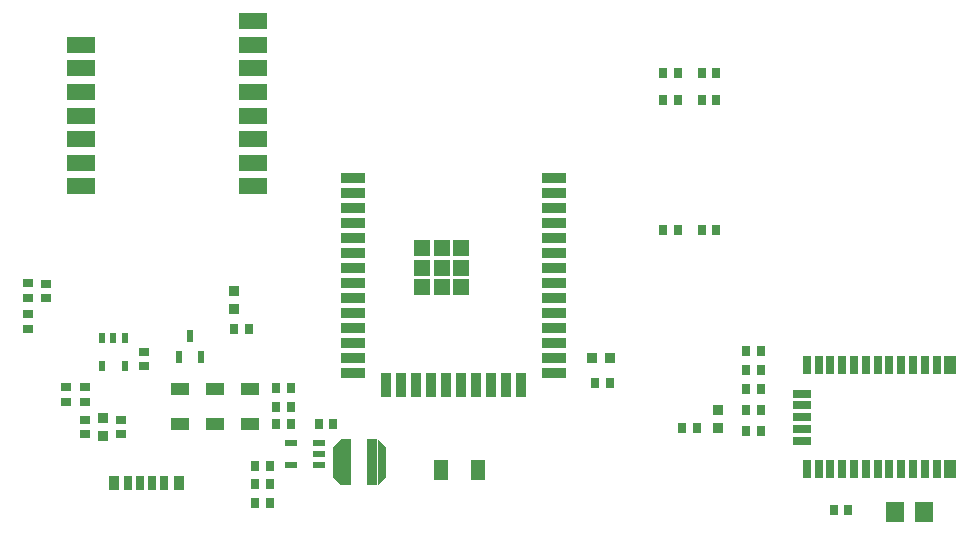
<source format=gtp>
G04*
G04 #@! TF.GenerationSoftware,Altium Limited,CircuitMaker,2.2.1 (2.2.1.6)*
G04*
G04 Layer_Color=7318015*
%FSLAX44Y44*%
%MOMM*%
G71*
G04*
G04 #@! TF.SameCoordinates,4DC394B6-E11D-4AB0-B304-EE3890279FAF*
G04*
G04*
G04 #@! TF.FilePolarity,Positive*
G04*
G01*
G75*
%ADD15R,0.8000X0.9000*%
%ADD16R,0.8128X0.8890*%
%ADD17R,0.7000X0.8500*%
%ADD18R,1.3000X1.8000*%
%ADD19R,0.8500X0.7000*%
%ADD20R,0.6000X0.9000*%
%ADD21R,1.5000X1.0000*%
%ADD22R,0.6000X1.1000*%
%ADD23R,1.1000X0.5499*%
%ADD24R,0.9000X3.9000*%
%ADD25R,1.6500X1.8000*%
%ADD26R,1.5000X0.7000*%
%ADD27R,0.7000X1.5000*%
%ADD28R,1.0000X1.5000*%
%ADD29R,0.8890X0.8128*%
%ADD30R,2.0000X0.9000*%
%ADD31R,0.9000X2.0000*%
%ADD32R,1.3300X1.3300*%
%ADD33R,2.4000X1.4000*%
%ADD34R,0.9000X0.8000*%
%ADD35R,0.8128X1.2700*%
%ADD36R,0.7620X1.2700*%
%ADD37R,0.7112X1.2700*%
G36*
X299750Y52500D02*
X292750Y59500D01*
Y84500D01*
X299750Y91500D01*
Y52500D01*
D02*
G37*
G36*
X330750Y91500D02*
X337750Y84500D01*
Y59500D01*
X330750Y52500D01*
Y91500D01*
D02*
G37*
D15*
X226750Y69000D02*
D03*
X239250D02*
D03*
X293250Y104000D02*
D03*
X280750D02*
D03*
X244750D02*
D03*
X257250D02*
D03*
X244750Y135000D02*
D03*
X257250D02*
D03*
X244750Y119000D02*
D03*
X257250D02*
D03*
D16*
X209000Y201380D02*
D03*
Y216620D02*
D03*
X98250Y94130D02*
D03*
Y109370D02*
D03*
X619240Y116000D02*
D03*
Y100760D02*
D03*
D17*
X209000Y185000D02*
D03*
X221500D02*
D03*
X239250Y53000D02*
D03*
X226750D02*
D03*
X239250Y37000D02*
D03*
X226750D02*
D03*
X642750Y98000D02*
D03*
X655250D02*
D03*
X642750Y166000D02*
D03*
X655250D02*
D03*
X716750Y31000D02*
D03*
X729250D02*
D03*
X642750Y116000D02*
D03*
X655250D02*
D03*
X642750Y150000D02*
D03*
X655250D02*
D03*
X642750Y134000D02*
D03*
X655250D02*
D03*
X588740Y100760D02*
D03*
X601240D02*
D03*
X515120Y139000D02*
D03*
X527620D02*
D03*
X572500Y378496D02*
D03*
X585000D02*
D03*
X572500Y268496D02*
D03*
X585000D02*
D03*
X617500D02*
D03*
X605000D02*
D03*
X617500Y378496D02*
D03*
X605000D02*
D03*
X617500Y401250D02*
D03*
X605000D02*
D03*
X572500D02*
D03*
X585000D02*
D03*
D18*
X415500Y65000D02*
D03*
X384500D02*
D03*
D19*
X67000Y135250D02*
D03*
Y122750D02*
D03*
X83250Y108000D02*
D03*
Y95500D02*
D03*
X133060Y165440D02*
D03*
Y152940D02*
D03*
X113250Y95500D02*
D03*
Y108000D02*
D03*
X83250Y135250D02*
D03*
Y122750D02*
D03*
X35000Y197500D02*
D03*
Y185000D02*
D03*
Y223500D02*
D03*
Y211000D02*
D03*
D20*
X116560Y152940D02*
D03*
X97560D02*
D03*
Y176940D02*
D03*
X107060D02*
D03*
X116560D02*
D03*
D21*
X223000Y133500D02*
D03*
Y104500D02*
D03*
X193000D02*
D03*
Y133500D02*
D03*
X163000Y104500D02*
D03*
Y133500D02*
D03*
D22*
X172000Y179000D02*
D03*
X181500Y161000D02*
D03*
X162500D02*
D03*
D23*
X281000Y69500D02*
D03*
Y79000D02*
D03*
Y88500D02*
D03*
X257000D02*
D03*
Y69500D02*
D03*
D24*
X326250Y72000D02*
D03*
X304250D02*
D03*
D25*
X768750Y30000D02*
D03*
X793250D02*
D03*
D26*
X690000Y110000D02*
D03*
Y120000D02*
D03*
Y130000D02*
D03*
Y100000D02*
D03*
Y90000D02*
D03*
D27*
X804000Y66000D02*
D03*
X784000D02*
D03*
X794000D02*
D03*
X774000D02*
D03*
X764000D02*
D03*
X754000D02*
D03*
X744000D02*
D03*
X734000D02*
D03*
X724000D02*
D03*
X714000D02*
D03*
X704000D02*
D03*
X694000D02*
D03*
Y154000D02*
D03*
X704000D02*
D03*
X714000D02*
D03*
X724000D02*
D03*
X734000D02*
D03*
X744000D02*
D03*
X754000D02*
D03*
X764000D02*
D03*
X774000D02*
D03*
X794000D02*
D03*
X784000D02*
D03*
X804000D02*
D03*
D28*
X815500Y66000D02*
D03*
Y154000D02*
D03*
D29*
X512380Y160000D02*
D03*
X527620D02*
D03*
D30*
X480000Y312550D02*
D03*
Y299850D02*
D03*
Y287150D02*
D03*
Y274450D02*
D03*
Y261750D02*
D03*
Y249050D02*
D03*
Y236350D02*
D03*
Y223650D02*
D03*
Y210950D02*
D03*
Y198250D02*
D03*
Y185550D02*
D03*
Y172850D02*
D03*
Y160150D02*
D03*
Y147450D02*
D03*
X310000D02*
D03*
Y160150D02*
D03*
Y172850D02*
D03*
Y185550D02*
D03*
Y198250D02*
D03*
Y210950D02*
D03*
Y223650D02*
D03*
Y236350D02*
D03*
Y249050D02*
D03*
Y261750D02*
D03*
Y274450D02*
D03*
Y287150D02*
D03*
Y299850D02*
D03*
Y312550D02*
D03*
D31*
X452150Y137450D02*
D03*
X439450D02*
D03*
X426750D02*
D03*
X414050D02*
D03*
X401350D02*
D03*
X388650D02*
D03*
X375950D02*
D03*
X363250D02*
D03*
X350550D02*
D03*
X337850D02*
D03*
D32*
X385000Y236350D02*
D03*
Y252950D02*
D03*
Y219850D02*
D03*
X401500D02*
D03*
Y252950D02*
D03*
Y236350D02*
D03*
X368500Y219850D02*
D03*
Y252950D02*
D03*
Y236350D02*
D03*
D33*
X224900Y305300D02*
D03*
Y325300D02*
D03*
Y345300D02*
D03*
Y365300D02*
D03*
Y385300D02*
D03*
Y405300D02*
D03*
Y425300D02*
D03*
Y445300D02*
D03*
X79900Y305300D02*
D03*
Y325300D02*
D03*
Y345300D02*
D03*
Y365300D02*
D03*
Y385300D02*
D03*
Y405300D02*
D03*
Y425300D02*
D03*
D34*
X50000Y210500D02*
D03*
Y223000D02*
D03*
D35*
X107568Y54610D02*
D03*
X162432D02*
D03*
D36*
X119760D02*
D03*
X129920D02*
D03*
D37*
X140080D02*
D03*
X150240D02*
D03*
M02*

</source>
